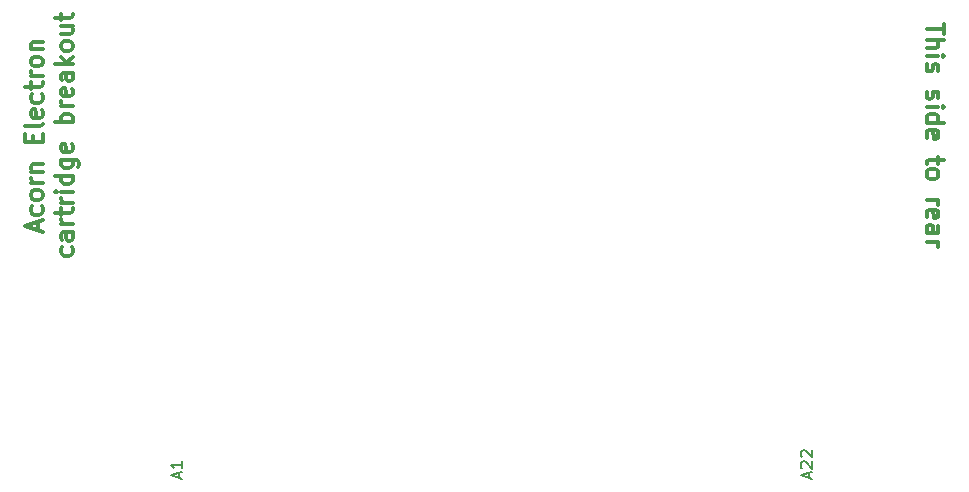
<source format=gto>
G04 #@! TF.FileFunction,Legend,Top*
%FSLAX46Y46*%
G04 Gerber Fmt 4.6, Leading zero omitted, Abs format (unit mm)*
G04 Created by KiCad (PCBNEW 4.0.5+dfsg1-2) date Thu Jan 19 18:20:22 2017*
%MOMM*%
%LPD*%
G01*
G04 APERTURE LIST*
%ADD10C,0.100000*%
%ADD11C,0.150000*%
%ADD12C,0.300000*%
G04 APERTURE END LIST*
D10*
D11*
X129706667Y-113474524D02*
X129706667Y-112998333D01*
X129992381Y-113569762D02*
X128992381Y-113236429D01*
X129992381Y-112903095D01*
X129087619Y-112617381D02*
X129040000Y-112569762D01*
X128992381Y-112474524D01*
X128992381Y-112236428D01*
X129040000Y-112141190D01*
X129087619Y-112093571D01*
X129182857Y-112045952D01*
X129278095Y-112045952D01*
X129420952Y-112093571D01*
X129992381Y-112665000D01*
X129992381Y-112045952D01*
X129087619Y-111665000D02*
X129040000Y-111617381D01*
X128992381Y-111522143D01*
X128992381Y-111284047D01*
X129040000Y-111188809D01*
X129087619Y-111141190D01*
X129182857Y-111093571D01*
X129278095Y-111093571D01*
X129420952Y-111141190D01*
X129992381Y-111712619D01*
X129992381Y-111093571D01*
X76366667Y-113474524D02*
X76366667Y-112998333D01*
X76652381Y-113569762D02*
X75652381Y-113236429D01*
X76652381Y-112903095D01*
X76652381Y-112045952D02*
X76652381Y-112617381D01*
X76652381Y-112331667D02*
X75652381Y-112331667D01*
X75795238Y-112426905D01*
X75890476Y-112522143D01*
X75938095Y-112617381D01*
D12*
X64380000Y-92454999D02*
X64380000Y-91740713D01*
X64808571Y-92597856D02*
X63308571Y-92097856D01*
X64808571Y-91597856D01*
X64737143Y-90454999D02*
X64808571Y-90597856D01*
X64808571Y-90883570D01*
X64737143Y-91026428D01*
X64665714Y-91097856D01*
X64522857Y-91169285D01*
X64094286Y-91169285D01*
X63951429Y-91097856D01*
X63880000Y-91026428D01*
X63808571Y-90883570D01*
X63808571Y-90597856D01*
X63880000Y-90454999D01*
X64808571Y-89597856D02*
X64737143Y-89740714D01*
X64665714Y-89812142D01*
X64522857Y-89883571D01*
X64094286Y-89883571D01*
X63951429Y-89812142D01*
X63880000Y-89740714D01*
X63808571Y-89597856D01*
X63808571Y-89383571D01*
X63880000Y-89240714D01*
X63951429Y-89169285D01*
X64094286Y-89097856D01*
X64522857Y-89097856D01*
X64665714Y-89169285D01*
X64737143Y-89240714D01*
X64808571Y-89383571D01*
X64808571Y-89597856D01*
X64808571Y-88454999D02*
X63808571Y-88454999D01*
X64094286Y-88454999D02*
X63951429Y-88383571D01*
X63880000Y-88312142D01*
X63808571Y-88169285D01*
X63808571Y-88026428D01*
X63808571Y-87526428D02*
X64808571Y-87526428D01*
X63951429Y-87526428D02*
X63880000Y-87455000D01*
X63808571Y-87312142D01*
X63808571Y-87097857D01*
X63880000Y-86955000D01*
X64022857Y-86883571D01*
X64808571Y-86883571D01*
X64022857Y-85026428D02*
X64022857Y-84526428D01*
X64808571Y-84312142D02*
X64808571Y-85026428D01*
X63308571Y-85026428D01*
X63308571Y-84312142D01*
X64808571Y-83454999D02*
X64737143Y-83597857D01*
X64594286Y-83669285D01*
X63308571Y-83669285D01*
X64737143Y-82312143D02*
X64808571Y-82455000D01*
X64808571Y-82740714D01*
X64737143Y-82883571D01*
X64594286Y-82955000D01*
X64022857Y-82955000D01*
X63880000Y-82883571D01*
X63808571Y-82740714D01*
X63808571Y-82455000D01*
X63880000Y-82312143D01*
X64022857Y-82240714D01*
X64165714Y-82240714D01*
X64308571Y-82955000D01*
X64737143Y-80955000D02*
X64808571Y-81097857D01*
X64808571Y-81383571D01*
X64737143Y-81526429D01*
X64665714Y-81597857D01*
X64522857Y-81669286D01*
X64094286Y-81669286D01*
X63951429Y-81597857D01*
X63880000Y-81526429D01*
X63808571Y-81383571D01*
X63808571Y-81097857D01*
X63880000Y-80955000D01*
X63808571Y-80526429D02*
X63808571Y-79955000D01*
X63308571Y-80312143D02*
X64594286Y-80312143D01*
X64737143Y-80240715D01*
X64808571Y-80097857D01*
X64808571Y-79955000D01*
X64808571Y-79455000D02*
X63808571Y-79455000D01*
X64094286Y-79455000D02*
X63951429Y-79383572D01*
X63880000Y-79312143D01*
X63808571Y-79169286D01*
X63808571Y-79026429D01*
X64808571Y-78312143D02*
X64737143Y-78455001D01*
X64665714Y-78526429D01*
X64522857Y-78597858D01*
X64094286Y-78597858D01*
X63951429Y-78526429D01*
X63880000Y-78455001D01*
X63808571Y-78312143D01*
X63808571Y-78097858D01*
X63880000Y-77955001D01*
X63951429Y-77883572D01*
X64094286Y-77812143D01*
X64522857Y-77812143D01*
X64665714Y-77883572D01*
X64737143Y-77955001D01*
X64808571Y-78097858D01*
X64808571Y-78312143D01*
X63808571Y-77169286D02*
X64808571Y-77169286D01*
X63951429Y-77169286D02*
X63880000Y-77097858D01*
X63808571Y-76955000D01*
X63808571Y-76740715D01*
X63880000Y-76597858D01*
X64022857Y-76526429D01*
X64808571Y-76526429D01*
X67287143Y-93919285D02*
X67358571Y-94062142D01*
X67358571Y-94347856D01*
X67287143Y-94490714D01*
X67215714Y-94562142D01*
X67072857Y-94633571D01*
X66644286Y-94633571D01*
X66501429Y-94562142D01*
X66430000Y-94490714D01*
X66358571Y-94347856D01*
X66358571Y-94062142D01*
X66430000Y-93919285D01*
X67358571Y-92633571D02*
X66572857Y-92633571D01*
X66430000Y-92705000D01*
X66358571Y-92847857D01*
X66358571Y-93133571D01*
X66430000Y-93276428D01*
X67287143Y-92633571D02*
X67358571Y-92776428D01*
X67358571Y-93133571D01*
X67287143Y-93276428D01*
X67144286Y-93347857D01*
X67001429Y-93347857D01*
X66858571Y-93276428D01*
X66787143Y-93133571D01*
X66787143Y-92776428D01*
X66715714Y-92633571D01*
X67358571Y-91919285D02*
X66358571Y-91919285D01*
X66644286Y-91919285D02*
X66501429Y-91847857D01*
X66430000Y-91776428D01*
X66358571Y-91633571D01*
X66358571Y-91490714D01*
X66358571Y-91205000D02*
X66358571Y-90633571D01*
X65858571Y-90990714D02*
X67144286Y-90990714D01*
X67287143Y-90919286D01*
X67358571Y-90776428D01*
X67358571Y-90633571D01*
X67358571Y-90133571D02*
X66358571Y-90133571D01*
X66644286Y-90133571D02*
X66501429Y-90062143D01*
X66430000Y-89990714D01*
X66358571Y-89847857D01*
X66358571Y-89705000D01*
X67358571Y-89205000D02*
X66358571Y-89205000D01*
X65858571Y-89205000D02*
X65930000Y-89276429D01*
X66001429Y-89205000D01*
X65930000Y-89133572D01*
X65858571Y-89205000D01*
X66001429Y-89205000D01*
X67358571Y-87847857D02*
X65858571Y-87847857D01*
X67287143Y-87847857D02*
X67358571Y-87990714D01*
X67358571Y-88276428D01*
X67287143Y-88419286D01*
X67215714Y-88490714D01*
X67072857Y-88562143D01*
X66644286Y-88562143D01*
X66501429Y-88490714D01*
X66430000Y-88419286D01*
X66358571Y-88276428D01*
X66358571Y-87990714D01*
X66430000Y-87847857D01*
X66358571Y-86490714D02*
X67572857Y-86490714D01*
X67715714Y-86562143D01*
X67787143Y-86633571D01*
X67858571Y-86776428D01*
X67858571Y-86990714D01*
X67787143Y-87133571D01*
X67287143Y-86490714D02*
X67358571Y-86633571D01*
X67358571Y-86919285D01*
X67287143Y-87062143D01*
X67215714Y-87133571D01*
X67072857Y-87205000D01*
X66644286Y-87205000D01*
X66501429Y-87133571D01*
X66430000Y-87062143D01*
X66358571Y-86919285D01*
X66358571Y-86633571D01*
X66430000Y-86490714D01*
X67287143Y-85205000D02*
X67358571Y-85347857D01*
X67358571Y-85633571D01*
X67287143Y-85776428D01*
X67144286Y-85847857D01*
X66572857Y-85847857D01*
X66430000Y-85776428D01*
X66358571Y-85633571D01*
X66358571Y-85347857D01*
X66430000Y-85205000D01*
X66572857Y-85133571D01*
X66715714Y-85133571D01*
X66858571Y-85847857D01*
X67358571Y-83347857D02*
X65858571Y-83347857D01*
X66430000Y-83347857D02*
X66358571Y-83205000D01*
X66358571Y-82919286D01*
X66430000Y-82776429D01*
X66501429Y-82705000D01*
X66644286Y-82633571D01*
X67072857Y-82633571D01*
X67215714Y-82705000D01*
X67287143Y-82776429D01*
X67358571Y-82919286D01*
X67358571Y-83205000D01*
X67287143Y-83347857D01*
X67358571Y-81990714D02*
X66358571Y-81990714D01*
X66644286Y-81990714D02*
X66501429Y-81919286D01*
X66430000Y-81847857D01*
X66358571Y-81705000D01*
X66358571Y-81562143D01*
X67287143Y-80490715D02*
X67358571Y-80633572D01*
X67358571Y-80919286D01*
X67287143Y-81062143D01*
X67144286Y-81133572D01*
X66572857Y-81133572D01*
X66430000Y-81062143D01*
X66358571Y-80919286D01*
X66358571Y-80633572D01*
X66430000Y-80490715D01*
X66572857Y-80419286D01*
X66715714Y-80419286D01*
X66858571Y-81133572D01*
X67358571Y-79133572D02*
X66572857Y-79133572D01*
X66430000Y-79205001D01*
X66358571Y-79347858D01*
X66358571Y-79633572D01*
X66430000Y-79776429D01*
X67287143Y-79133572D02*
X67358571Y-79276429D01*
X67358571Y-79633572D01*
X67287143Y-79776429D01*
X67144286Y-79847858D01*
X67001429Y-79847858D01*
X66858571Y-79776429D01*
X66787143Y-79633572D01*
X66787143Y-79276429D01*
X66715714Y-79133572D01*
X67358571Y-78419286D02*
X65858571Y-78419286D01*
X66787143Y-78276429D02*
X67358571Y-77847858D01*
X66358571Y-77847858D02*
X66930000Y-78419286D01*
X67358571Y-76990714D02*
X67287143Y-77133572D01*
X67215714Y-77205000D01*
X67072857Y-77276429D01*
X66644286Y-77276429D01*
X66501429Y-77205000D01*
X66430000Y-77133572D01*
X66358571Y-76990714D01*
X66358571Y-76776429D01*
X66430000Y-76633572D01*
X66501429Y-76562143D01*
X66644286Y-76490714D01*
X67072857Y-76490714D01*
X67215714Y-76562143D01*
X67287143Y-76633572D01*
X67358571Y-76776429D01*
X67358571Y-76990714D01*
X66358571Y-75205000D02*
X67358571Y-75205000D01*
X66358571Y-75847857D02*
X67144286Y-75847857D01*
X67287143Y-75776429D01*
X67358571Y-75633571D01*
X67358571Y-75419286D01*
X67287143Y-75276429D01*
X67215714Y-75205000D01*
X66358571Y-74705000D02*
X66358571Y-74133571D01*
X65858571Y-74490714D02*
X67144286Y-74490714D01*
X67287143Y-74419286D01*
X67358571Y-74276428D01*
X67358571Y-74133571D01*
X141156429Y-75026429D02*
X141156429Y-75883572D01*
X139656429Y-75455001D02*
X141156429Y-75455001D01*
X139656429Y-76383572D02*
X141156429Y-76383572D01*
X139656429Y-77026429D02*
X140442143Y-77026429D01*
X140585000Y-76955000D01*
X140656429Y-76812143D01*
X140656429Y-76597858D01*
X140585000Y-76455000D01*
X140513571Y-76383572D01*
X139656429Y-77740715D02*
X140656429Y-77740715D01*
X141156429Y-77740715D02*
X141085000Y-77669286D01*
X141013571Y-77740715D01*
X141085000Y-77812143D01*
X141156429Y-77740715D01*
X141013571Y-77740715D01*
X139727857Y-78383572D02*
X139656429Y-78526429D01*
X139656429Y-78812144D01*
X139727857Y-78955001D01*
X139870714Y-79026429D01*
X139942143Y-79026429D01*
X140085000Y-78955001D01*
X140156429Y-78812144D01*
X140156429Y-78597858D01*
X140227857Y-78455001D01*
X140370714Y-78383572D01*
X140442143Y-78383572D01*
X140585000Y-78455001D01*
X140656429Y-78597858D01*
X140656429Y-78812144D01*
X140585000Y-78955001D01*
X139727857Y-80740715D02*
X139656429Y-80883572D01*
X139656429Y-81169287D01*
X139727857Y-81312144D01*
X139870714Y-81383572D01*
X139942143Y-81383572D01*
X140085000Y-81312144D01*
X140156429Y-81169287D01*
X140156429Y-80955001D01*
X140227857Y-80812144D01*
X140370714Y-80740715D01*
X140442143Y-80740715D01*
X140585000Y-80812144D01*
X140656429Y-80955001D01*
X140656429Y-81169287D01*
X140585000Y-81312144D01*
X139656429Y-82026430D02*
X140656429Y-82026430D01*
X141156429Y-82026430D02*
X141085000Y-81955001D01*
X141013571Y-82026430D01*
X141085000Y-82097858D01*
X141156429Y-82026430D01*
X141013571Y-82026430D01*
X139656429Y-83383573D02*
X141156429Y-83383573D01*
X139727857Y-83383573D02*
X139656429Y-83240716D01*
X139656429Y-82955002D01*
X139727857Y-82812144D01*
X139799286Y-82740716D01*
X139942143Y-82669287D01*
X140370714Y-82669287D01*
X140513571Y-82740716D01*
X140585000Y-82812144D01*
X140656429Y-82955002D01*
X140656429Y-83240716D01*
X140585000Y-83383573D01*
X139727857Y-84669287D02*
X139656429Y-84526430D01*
X139656429Y-84240716D01*
X139727857Y-84097859D01*
X139870714Y-84026430D01*
X140442143Y-84026430D01*
X140585000Y-84097859D01*
X140656429Y-84240716D01*
X140656429Y-84526430D01*
X140585000Y-84669287D01*
X140442143Y-84740716D01*
X140299286Y-84740716D01*
X140156429Y-84026430D01*
X140656429Y-86312144D02*
X140656429Y-86883573D01*
X141156429Y-86526430D02*
X139870714Y-86526430D01*
X139727857Y-86597858D01*
X139656429Y-86740716D01*
X139656429Y-86883573D01*
X139656429Y-87597859D02*
X139727857Y-87455001D01*
X139799286Y-87383573D01*
X139942143Y-87312144D01*
X140370714Y-87312144D01*
X140513571Y-87383573D01*
X140585000Y-87455001D01*
X140656429Y-87597859D01*
X140656429Y-87812144D01*
X140585000Y-87955001D01*
X140513571Y-88026430D01*
X140370714Y-88097859D01*
X139942143Y-88097859D01*
X139799286Y-88026430D01*
X139727857Y-87955001D01*
X139656429Y-87812144D01*
X139656429Y-87597859D01*
X139656429Y-89883573D02*
X140656429Y-89883573D01*
X140370714Y-89883573D02*
X140513571Y-89955001D01*
X140585000Y-90026430D01*
X140656429Y-90169287D01*
X140656429Y-90312144D01*
X139727857Y-91383572D02*
X139656429Y-91240715D01*
X139656429Y-90955001D01*
X139727857Y-90812144D01*
X139870714Y-90740715D01*
X140442143Y-90740715D01*
X140585000Y-90812144D01*
X140656429Y-90955001D01*
X140656429Y-91240715D01*
X140585000Y-91383572D01*
X140442143Y-91455001D01*
X140299286Y-91455001D01*
X140156429Y-90740715D01*
X139656429Y-92740715D02*
X140442143Y-92740715D01*
X140585000Y-92669286D01*
X140656429Y-92526429D01*
X140656429Y-92240715D01*
X140585000Y-92097858D01*
X139727857Y-92740715D02*
X139656429Y-92597858D01*
X139656429Y-92240715D01*
X139727857Y-92097858D01*
X139870714Y-92026429D01*
X140013571Y-92026429D01*
X140156429Y-92097858D01*
X140227857Y-92240715D01*
X140227857Y-92597858D01*
X140299286Y-92740715D01*
X139656429Y-93455001D02*
X140656429Y-93455001D01*
X140370714Y-93455001D02*
X140513571Y-93526429D01*
X140585000Y-93597858D01*
X140656429Y-93740715D01*
X140656429Y-93883572D01*
M02*

</source>
